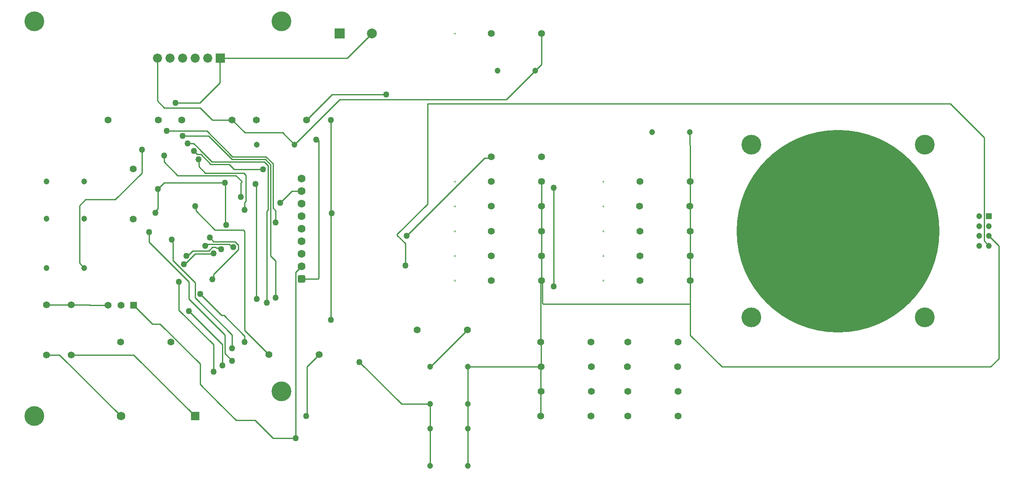
<source format=gbl>
G04*
G04 #@! TF.GenerationSoftware,Altium Limited,Altium Designer,21.8.1 (53)*
G04*
G04 Layer_Physical_Order=2*
G04 Layer_Color=16711680*
%FSLAX43Y43*%
%MOMM*%
G71*
G04*
G04 #@! TF.SameCoordinates,254FD313-6811-457E-9EF1-8F19C8A8C8A9*
G04*
G04*
G04 #@! TF.FilePolarity,Positive*
G04*
G01*
G75*
%ADD13C,0.254*%
%ADD14C,0.100*%
%ADD28R,1.840X1.840*%
%ADD29C,1.840*%
%ADD30C,2.000*%
%ADD31R,2.000X2.000*%
%ADD35C,1.750*%
%ADD36R,1.750X1.750*%
%ADD40C,1.400*%
%ADD41C,1.200*%
%ADD42R,1.200X1.200*%
%ADD43R,1.400X1.400*%
%ADD44C,1.600*%
G04:AMPARAMS|DCode=45|XSize=1.6mm|YSize=1.6mm|CornerRadius=0.4mm|HoleSize=0mm|Usage=FLASHONLY|Rotation=90.000|XOffset=0mm|YOffset=0mm|HoleType=Round|Shape=RoundedRectangle|*
%AMROUNDEDRECTD45*
21,1,1.600,0.800,0,0,90.0*
21,1,0.800,1.600,0,0,90.0*
1,1,0.800,0.400,0.400*
1,1,0.800,0.400,-0.400*
1,1,0.800,-0.400,-0.400*
1,1,0.800,-0.400,0.400*
%
%ADD45ROUNDEDRECTD45*%
%ADD46C,1.270*%
%ADD47C,41.000*%
%ADD48C,4.000*%
D13*
X47500Y56750D02*
Y58309D01*
X46750Y59439D02*
Y62250D01*
X46895Y62395D01*
Y62600D01*
X31250Y62250D02*
X43500D01*
X30000Y61000D02*
X31250Y62250D01*
X34008Y63742D02*
X45752D01*
X31250Y66500D02*
X34008Y63742D01*
X45752D02*
X46895Y62600D01*
X39548Y64250D02*
X47351D01*
X38250Y65548D02*
X39548Y64250D01*
X47351D02*
X47766Y63835D01*
X43500Y62250D02*
X43625Y62125D01*
X65000Y34500D02*
Y75000D01*
X137580Y52500D02*
Y62500D01*
X28913Y33687D02*
X30421D01*
X25100Y37500D02*
X28913Y33687D01*
X30421D02*
X38504Y25605D01*
X36250Y38750D02*
Y42250D01*
X43508Y27742D02*
Y31492D01*
X36250Y38750D02*
X43508Y31492D01*
X28250Y50250D02*
X36250Y42250D01*
X28250Y50250D02*
Y52250D01*
X37678Y56572D02*
Y57306D01*
Y56572D02*
X41500Y52750D01*
X37484Y57500D02*
X37678Y57306D01*
X43625Y53891D02*
Y62125D01*
Y53891D02*
X43750Y53766D01*
X29880Y78870D02*
Y87500D01*
Y78870D02*
X31280Y77470D01*
X38530D02*
X41000Y75000D01*
X31280Y77470D02*
X38530D01*
X42500Y87420D02*
X42580Y87500D01*
X42500Y82500D02*
Y87420D01*
X33566Y78486D02*
X38486D01*
X42500Y82500D01*
X38250Y65548D02*
Y66984D01*
X38234Y67000D02*
X38250Y66984D01*
X38671Y68016D02*
X40671Y66016D01*
X37250Y68750D02*
X37984Y68016D01*
X40881Y66524D02*
X44704D01*
X37984Y68016D02*
X38671D01*
X38506Y68899D02*
X40881Y66524D01*
X38506Y68899D02*
Y68931D01*
X40671Y66016D02*
X44394D01*
X37187Y70250D02*
X38506Y68931D01*
X36000Y70250D02*
X37187D01*
X35000Y71750D02*
X40196D01*
X39899Y72766D02*
X45092Y67573D01*
X31766Y72766D02*
X39899D01*
X40196Y71750D02*
X44938Y67008D01*
X31750Y72750D02*
X31766Y72766D01*
X44704Y66524D02*
X44728Y66500D01*
X44394Y66016D02*
X45410Y65000D01*
X31250Y66500D02*
Y67750D01*
X45410Y65000D02*
X51250D01*
X47766Y58575D02*
Y63835D01*
X47500Y58309D02*
X47766Y58575D01*
X49875Y38875D02*
X50000Y38750D01*
X49875Y38875D02*
Y61875D01*
X49750Y62000D02*
X49875Y61875D01*
X44728Y66500D02*
X51500D01*
X26750Y64266D02*
Y69000D01*
X15367Y58903D02*
X21387D01*
X26750Y64266D01*
X52734Y47481D02*
X53750Y46465D01*
X51864Y67573D02*
X53282Y66155D01*
X52266Y56786D02*
Y65734D01*
X52000Y56520D02*
X52266Y56786D01*
X52734Y56536D02*
X52774Y56576D01*
X51500Y66500D02*
X52266Y65734D01*
X53282Y57155D02*
Y66155D01*
X52774Y56576D02*
Y65944D01*
X51710Y67008D02*
X52774Y65944D01*
X53282Y57155D02*
X53750Y56687D01*
X52734Y47481D02*
Y56536D01*
X52000Y38000D02*
Y56520D01*
X45092Y67573D02*
X51864D01*
X44938Y67008D02*
X51710D01*
X53750Y39000D02*
Y46465D01*
Y54250D02*
Y56687D01*
X78355Y51855D02*
X84500Y58000D01*
Y78250D01*
X78355Y51645D02*
X80000Y50000D01*
X78355Y51645D02*
Y51855D01*
X80000Y45500D02*
Y50000D01*
X80250Y51500D02*
X96064Y67314D01*
X97234D01*
X110000Y41250D02*
Y61250D01*
X62149Y70851D02*
X62500D01*
Y42989D02*
Y70851D01*
X62000Y71000D02*
X62149Y70851D01*
X62351Y42840D02*
X62500Y42989D01*
X59000Y42840D02*
X62351D01*
X57620Y70000D02*
X66741Y79121D01*
X65217Y80137D02*
X76149D01*
X60080Y75000D02*
X65217Y80137D01*
X66741Y79121D02*
X100431D01*
X97234Y67314D02*
X97420Y67500D01*
X84500Y78250D02*
X190152D01*
X137580Y37750D02*
Y42500D01*
Y31420D02*
Y37750D01*
X107750Y37899D02*
Y42330D01*
Y37899D02*
X107899Y37750D01*
X137580D01*
X107580Y42500D02*
X107750Y42330D01*
X41500Y52750D02*
X47250D01*
X47500Y52500D01*
X44418Y49855D02*
X45024Y49250D01*
X35989Y47500D02*
X37004Y48515D01*
X41607Y49250D02*
X41823Y49034D01*
X39861Y49531D02*
X40185Y49855D01*
X41823Y49034D02*
X42556D01*
X45024Y49250D02*
X45250D01*
X40185Y49855D02*
X44418D01*
X39586Y49531D02*
X39861D01*
X37004Y48515D02*
X40279D01*
X41014Y49250D01*
X40500Y51150D02*
X41286Y50363D01*
X45574D01*
X41014Y49250D02*
X41607D01*
X42556Y49034D02*
X42750Y48839D01*
X45574Y50363D02*
X46266Y49671D01*
X35734Y47500D02*
X35989D01*
X35250Y45750D02*
X35437D01*
X37562Y47875D02*
X41125D01*
X35437Y45750D02*
X37562Y47875D01*
X33000Y46563D02*
Y50093D01*
Y46563D02*
X37500Y42063D01*
Y39000D02*
Y42063D01*
X41125Y47875D02*
X41250Y48000D01*
X32750Y50750D02*
X32944Y50556D01*
Y50149D02*
X33000Y50093D01*
X32944Y50149D02*
Y50556D01*
X29500Y56501D02*
X30000Y57001D01*
X29500Y56226D02*
Y56501D01*
X30000Y57001D02*
Y61000D01*
X42382Y17618D02*
Y17618D01*
X38504Y21496D02*
X42382Y17618D01*
X38504Y21496D02*
Y25605D01*
X42382Y17618D02*
X45834Y14166D01*
X49647D02*
X53280Y10533D01*
X45834Y14166D02*
X49647D01*
X53280Y10533D02*
X57810D01*
X47500Y32420D02*
X52420Y27500D01*
X47500Y32420D02*
Y52500D01*
X41101Y42750D02*
X41250Y42899D01*
Y43750D01*
X41000Y42750D02*
X41101D01*
X46266Y48766D02*
Y49671D01*
X41250Y43750D02*
X46266Y48766D01*
X42863Y35403D02*
X43347D01*
X38516Y39750D02*
X42863Y35403D01*
X43347D02*
X47500Y31250D01*
X37500Y39000D02*
X45000Y31500D01*
X47500Y30000D02*
Y31250D01*
X106310Y85000D02*
X107580Y86270D01*
X100431Y79121D02*
X106310Y85000D01*
X107580Y42500D02*
Y47500D01*
Y42190D02*
Y42500D01*
X57120Y60620D02*
X59000D01*
X54750Y58250D02*
X57120Y60620D01*
X34250Y36500D02*
Y42250D01*
Y36500D02*
X41250Y29500D01*
X45000Y28750D02*
Y31500D01*
X70750Y26000D02*
X79250Y17500D01*
X85000D01*
X43508Y27742D02*
X45000Y26250D01*
X41000Y75000D02*
X45000D01*
X43000Y25250D02*
Y29500D01*
X36250Y36250D02*
X43000Y29500D01*
X41250Y24000D02*
Y29500D01*
X198330Y25000D02*
X200000Y26670D01*
X144000Y25000D02*
X198330D01*
X137580Y31420D02*
X144000Y25000D01*
X137580Y42500D02*
Y47500D01*
X190152Y78250D02*
X197005Y71397D01*
X107340Y30000D02*
Y41950D01*
X107580Y42190D01*
X107420Y25000D02*
Y29920D01*
X107340Y30000D02*
X107420Y29920D01*
X107340Y20080D02*
Y24920D01*
Y19920D02*
X107420Y20000D01*
X107340Y20080D02*
X107420Y20000D01*
X107340Y15000D02*
Y19920D01*
Y24920D02*
X107420Y25000D01*
X14122Y45998D02*
X15120Y45000D01*
X14122Y45998D02*
Y57658D01*
X15367Y58903D01*
X60096Y15096D02*
Y25016D01*
X60000Y15000D02*
X60096Y15096D01*
Y25016D02*
X62580Y27500D01*
X57810Y44190D02*
X59000Y45380D01*
X57810Y10533D02*
Y44190D01*
X107580Y57500D02*
Y62500D01*
Y52500D02*
Y57500D01*
Y47500D02*
Y52500D01*
X42580Y87500D02*
X68250D01*
X73250Y92500D01*
X197005Y50495D02*
Y71397D01*
Y50495D02*
X198000Y49500D01*
Y51500D02*
X200000Y49500D01*
Y26670D02*
Y49500D01*
X45000Y75000D02*
X47559Y72441D01*
X55179D01*
X57620Y70000D01*
X12500Y27420D02*
X25080D01*
X37500Y15000D01*
X107580Y86270D02*
Y92500D01*
X85000Y25000D02*
X85080D01*
X92580Y32500D01*
X7500Y27420D02*
X10080D01*
X22500Y15000D01*
X92620Y25000D02*
X107420D01*
X16234Y37500D02*
X19900D01*
X16154Y37580D02*
X16234Y37500D01*
X12500Y37580D02*
X16154D01*
X7500D02*
X12500D01*
X85000Y12500D02*
Y17500D01*
Y5000D02*
Y12500D01*
X137580Y47500D02*
Y52500D01*
Y62500D02*
Y69920D01*
X137500Y70000D02*
X137580Y69920D01*
X137500Y70000D02*
Y72500D01*
X92620Y5000D02*
Y12500D01*
Y17500D01*
Y25000D01*
D14*
X120000Y57300D02*
Y57700D01*
X119800Y57500D02*
X120200D01*
X120000Y52300D02*
Y52700D01*
X119800Y52500D02*
X120200D01*
X120000Y47300D02*
Y47700D01*
X119800Y47500D02*
X120200D01*
X120000Y42300D02*
Y42700D01*
X119800Y42500D02*
X120200D01*
X90000Y92300D02*
Y92700D01*
X89800Y92500D02*
X90200D01*
X90000Y62300D02*
Y62700D01*
X89800Y62500D02*
X90200D01*
X90000Y42300D02*
Y42700D01*
X89800Y42500D02*
X90200D01*
X90000Y57300D02*
Y57700D01*
X89800Y57500D02*
X90200D01*
X90000Y52300D02*
Y52700D01*
X89800Y52500D02*
X90200D01*
X90000Y47300D02*
Y47700D01*
X89800Y47500D02*
X90200D01*
X120000Y62300D02*
Y62700D01*
X119800Y62500D02*
X120200D01*
D28*
X42580Y87500D02*
D03*
D29*
X40040D02*
D03*
X37500D02*
D03*
X34960D02*
D03*
X32420D02*
D03*
X29880D02*
D03*
D30*
X73250Y92500D02*
D03*
D31*
X66750D02*
D03*
D35*
X22500Y15000D02*
D03*
D36*
X37500D02*
D03*
D40*
X92580Y32500D02*
D03*
X82420D02*
D03*
X137500Y57500D02*
D03*
X127340D02*
D03*
X137580Y52500D02*
D03*
X127420D02*
D03*
X137580Y47500D02*
D03*
X127420D02*
D03*
X137580Y42500D02*
D03*
X127420D02*
D03*
X107340Y15000D02*
D03*
X117500D02*
D03*
X107420Y20000D02*
D03*
X117580D02*
D03*
X125000Y15000D02*
D03*
X135160D02*
D03*
X125000Y20000D02*
D03*
X135160D02*
D03*
X107580Y92500D02*
D03*
X97420D02*
D03*
X25000Y65080D02*
D03*
Y54920D02*
D03*
X107580Y62500D02*
D03*
X97420D02*
D03*
X107580Y42500D02*
D03*
X97420D02*
D03*
X107580Y57500D02*
D03*
X97420D02*
D03*
Y67500D02*
D03*
X107580D02*
D03*
Y52500D02*
D03*
X97420D02*
D03*
X107580Y47500D02*
D03*
X97420D02*
D03*
X107420Y25000D02*
D03*
X117580D02*
D03*
X137580Y62500D02*
D03*
X127420D02*
D03*
X124920Y25000D02*
D03*
X135080D02*
D03*
X107340Y30000D02*
D03*
X117500D02*
D03*
X60080Y75000D02*
D03*
X49920D02*
D03*
X125000Y30000D02*
D03*
X135160D02*
D03*
X7500Y37580D02*
D03*
Y27420D02*
D03*
X12500D02*
D03*
Y37580D02*
D03*
X32580Y30000D02*
D03*
X22420D02*
D03*
X45000Y75000D02*
D03*
X34840D02*
D03*
X30080D02*
D03*
X19920D02*
D03*
X52420Y27500D02*
D03*
X62580D02*
D03*
X19900Y37500D02*
D03*
X22500D02*
D03*
D41*
X196000Y51500D02*
D03*
Y53500D02*
D03*
Y49500D02*
D03*
Y55500D02*
D03*
X198000Y51500D02*
D03*
Y53500D02*
D03*
Y49500D02*
D03*
X106310Y85000D02*
D03*
X98690D02*
D03*
X85000Y17500D02*
D03*
X92620D02*
D03*
X85000Y12500D02*
D03*
X92620D02*
D03*
X85000Y5000D02*
D03*
X92620D02*
D03*
X7500Y55000D02*
D03*
X15120D02*
D03*
X7500Y62500D02*
D03*
X15120D02*
D03*
X137500Y72500D02*
D03*
X129880D02*
D03*
X57620Y70000D02*
D03*
X50000D02*
D03*
X92620Y25000D02*
D03*
X85000D02*
D03*
X15120Y45000D02*
D03*
X7500D02*
D03*
D42*
X198000Y55500D02*
D03*
D43*
X25100Y37500D02*
D03*
D44*
X59000Y63160D02*
D03*
Y60620D02*
D03*
Y58080D02*
D03*
Y53000D02*
D03*
Y47920D02*
D03*
Y45380D02*
D03*
Y50460D02*
D03*
Y55540D02*
D03*
D45*
Y42840D02*
D03*
D46*
X47500Y56750D02*
D03*
X46750Y59439D02*
D03*
X37484Y57500D02*
D03*
X40500Y51150D02*
D03*
X43500Y62250D02*
D03*
X33566Y78486D02*
D03*
X38234Y67000D02*
D03*
X37250Y68750D02*
D03*
X36000Y70250D02*
D03*
X35000Y71750D02*
D03*
X31750Y72750D02*
D03*
X31250Y67750D02*
D03*
X49750Y62000D02*
D03*
X51250Y65000D02*
D03*
X52000Y38000D02*
D03*
X53750Y39000D02*
D03*
Y54250D02*
D03*
X65130Y56069D02*
D03*
X65000Y34500D02*
D03*
Y75000D02*
D03*
X80000Y45500D02*
D03*
X80250Y51500D02*
D03*
X110000Y61250D02*
D03*
X62000Y71000D02*
D03*
X43750Y53766D02*
D03*
X42750Y48839D02*
D03*
X39586Y49531D02*
D03*
X50000Y38750D02*
D03*
X35734Y47500D02*
D03*
X35250Y45750D02*
D03*
X26750Y69000D02*
D03*
X29500Y56226D02*
D03*
X28250Y52250D02*
D03*
X30000Y61000D02*
D03*
X41000Y42750D02*
D03*
X38516Y39750D02*
D03*
X45250Y49250D02*
D03*
X41250Y48000D02*
D03*
X110000Y41250D02*
D03*
X54750Y58250D02*
D03*
X34250Y42250D02*
D03*
X45000Y28750D02*
D03*
X47500Y30000D02*
D03*
X70750Y26000D02*
D03*
X32750Y50750D02*
D03*
X45000Y26250D02*
D03*
X36250Y36250D02*
D03*
X43000Y25250D02*
D03*
X41250Y24000D02*
D03*
X60000Y15000D02*
D03*
X57810Y10533D02*
D03*
X76149Y80137D02*
D03*
D47*
X167500Y52500D02*
D03*
D48*
X150000Y35000D02*
D03*
X185000D02*
D03*
Y70000D02*
D03*
X150000D02*
D03*
X55000Y95000D02*
D03*
X5000D02*
D03*
X55000Y20000D02*
D03*
X5000Y15000D02*
D03*
M02*

</source>
